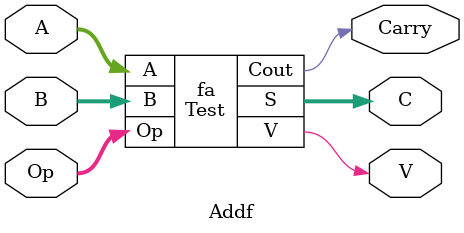
<source format=v>
`timescale 1ns / 1ps
module Test(A,B,S,Cout,V,Op);	//Collection of Inputs and Outputs.
input [3:0]A;						//4 - Bit Input of A.
input [3:0]B;						//4 - Bit Input of B.
input [3:0]Op;						//4 - Bit Input of Opcode.
reg [3:0]X;							// A 4- Bit register to take 1's Complement of the Subtrahend(input B).
output [3:0]S;						//4-Bit Output of Addition or Subtraction depending upon the Opcode.
output Cout;						//Single Bit Output Carry.
output V;							//Single bit output of overflow.
wire [2:0]w;						//Taking 3 bit wire for passing the carry to the next stage.
always @(*)							
begin
if(Op == 4'b0110 || Op == 4'b0111 || Op == 4'b1101 || Op == 4'b1111) //These are the opcodes for subtraction,greater than and less than.
//In the Comparator Block for greater than and less than we are using the MSB but of subtraction and the overflow and hence the Opcodes for 
//greater than and less than are written.
X = (~B);  //Here it will take the 1's Complement of the input and store it in the reg X when the above Opcodes are for Subtraction or greater then or less then.
else
X = B;  //else the inputs will not be complemented.
end
onebitfulladder a0(A[0],X[0],Op[2],S[0],w[0]);	//here if the Op[2] that is for subtraction is 1 then 1 will be taken as an input carry and it will be added to the one's complements and hence 2's complement will take place.Else if Op[2] will be 0 that is for addition then neither the ones complement will take place and neither 1 will be taken as an input carry and hence no change will take Place.
onebitfulladder a1(A[1],X[1],w[0],S[1],w[1]);	//Passing the Carry via wire.
onebitfulladder a2(A[2],X[2],w[1],S[2],w[2]);
onebitfulladder a3(A[3],X[3],w[2],S[3],Cout);
assign V = (w[2] ^ Cout) & ~Op[3] & Op[1] ;  //If last both carries are different then there will be overflow , if both the carries are same then then there will be no overflow and hence we are using a xor gate.
endmodule
//One Bit Full Adder.
module onebitfulladder(a,b,cin,s,cout);
input a,b,cin;					//Taking one bit inputs.
output reg s,cout;			//Output of Sum and Carry of one bit.
always @*
begin	
{cout,s } = (a + b + cin);		//Here the sum will be assigned to the sum(s) and if there is a carry then it will be assigned to the carry(cout).
end
endmodule


//Four Bit Adder Subtracter. 
//Main Module of Adder Subtractor Block.
module Addf(A,B,Op,Carry,C,V);
input [3:0]A;			//Four Bit Inputs of A, B and Opcode.
input [3:0]B;
input [3:0]Op;
output Carry,V;			// Output of 1 bit of Carry and overflow.
output [3:0] C;			// Output of four bit of the Addition or Subtraction depending upon the Opcode.
Test fa(A,B,C,Carry,V,Op);   //Creating an instance of the Test module.
endmodule


</source>
